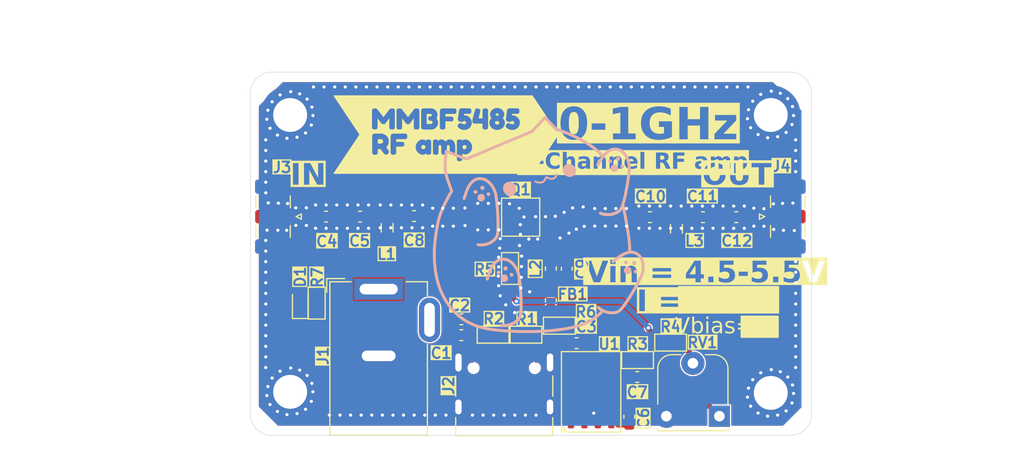
<source format=kicad_pcb>
(kicad_pcb (version 20241229) (generator "pcbnew") (generator_version "9.0")
  (layers (0 "F.Cu" signal) (2 "B.Cu" signal) (13 "F.Paste" user) (15 "B.Paste" user) (5 "F.SilkS" user "F.Silkscreen") (7 "B.SilkS" user "B.Silkscreen") (1 "F.Mask" user) (3 "B.Mask" user) (25 "Edge.Cuts" user))
  (net 0 "")
  (net 1 "Earth")
  (net 2 "+5V")
  (net 3 "Net-(Q1-G)")
  (net 4 "Net-(J3-In)")
  (net 5 "Net-(U1-CAP+)")
  (net 6 "Net-(U1-CAP-)")
  (net 7 "-5V")
  (net 8 "Net-(Q1-D)")
  (net 9 "Net-(J4-In)")
  (net 10 "Net-(D1-A)")
  (net 11 "Net-(FB1-Pad1)")
  (net 12 "Net-(FB1-Pad2)")
  (net 13 "Net-(J2-CC1)")
  (net 19 "Net-(J2-CC2)")
  (net 21 "Net-(R3-Pad2)")
  (net 22 "Net-(R4-Pad1)")
  (net 23 "Net-(R4-Pad2)")
  (net 27 "Net-(C4-Pad1)")
  (net 28 "Net-(C5-Pad1)")
  (net 29 "Net-(C10-Pad2)")
  (net 30 "Net-(C11-Pad2)")
  (footprint "kibuzzard-68160865" (layer "F.Cu") (at 103.5 67)
    (property "Reference" "kibuzzard-68160865" (hide yes))
    (property "Value" "G***" (hide yes))
  )
  (footprint "Capacitor_SMD:C_0603_1608Metric" (layer "F.Cu") (at 127.75 74.8)
    (property "Reference" "C11")
    (property "Value" "150pF")
  )
  (footprint "MountingHole:MountingHole_3.2mm_M3_DIN965_Pad_TopBottom" (layer "F.Cu") (at 88.8 65.15)
    (property "Reference" "H1" (hide yes))
    (property "Value" "MountingHole_M3_3.2mm_Pad")
  )
  (footprint "Capacitor_SMD:C_0603_1608Metric" (layer "F.Cu") (at 100.5 74.7 180)
    (property "Reference" "C8")
    (property "Value" "6.8pF")
  )
  (footprint "PCM_Resistor_SMD_AKL:R_0603_1608Metric" (layer "F.Cu") (at 91.3 82.925 -90)
    (property "Reference" "R7")
    (property "Value" "330R" (hide yes))
  )
  (footprint "Connector_Coaxial:SMA_Samtec_SMA-J-P-H-ST-EM1_EdgeMount" (layer "F.Cu") (at 135.8375 74.75)
    (property "Reference" "J4")
    (property "Value" "Conn_Coaxial")
  )
  (footprint "Capacitor_SMD:C_0603_1608Metric" (layer "F.Cu") (at 121.55 89.9 180)
    (property "Reference" "C7")
    (property "Value" "10uF")
  )
  (footprint "PCM_SL_Devices:Potentiometer_RM065" (layer "F.Cu") (at 126.77 91.57 180)
    (property "Reference" "RV1")
    (property "Value" "TSR-065-502R")
  )
  (footprint "Capacitor_SMD:C_0603_1608Metric" (layer "F.Cu") (at 114.9 79.675 -90)
    (property "Reference" "C9")
    (property "Value" "DNP")
  )
  (footprint "Connector_BarrelJack:BarrelJack_GCT_DCJ200-10-A_Horizontal" (layer "F.Cu") (at 97.15 81.6)
    (property "Reference" "J1")
    (property "Value" "Barrel_Jack_MountingPin")
  )
  (footprint "PCM_Resistor_SMD_AKL:R_0603_1608Metric" (layer "F.Cu") (at 114.2 85.05 180)
    (property "Reference" "R6")
    (property "Value" "0R" (hide yes))
  )
  (footprint "Connector_Coaxial:SMA_Samtec_SMA-J-P-H-ST-EM1_EdgeMount" (layer "F.Cu") (at 87.1 74.75 180)
    (property "Reference" "J3")
    (property "Value" "Conn_Coaxial")
  )
  (footprint "PCM_Resistor_SMD_AKL:R_0603_1608Metric" (layer "F.Cu") (at 109.55 79.65 90)
    (property "Reference" "R5")
    (property "Value" "100кОм" (hide yes))
  )
  (footprint "Capacitor_SMD:C_0603_1608Metric" (layer "F.Cu") (at 104.95 85.95 180)
    (property "Reference" "C1")
    (property "Value" "470pF")
  )
  (footprint "Capacitor_SMD:C_0603_1608Metric" (layer "F.Cu") (at 122.75 74.8)
    (property "Reference" "C10")
    (property "Value" "6.8pF")
  )
  (footprint "MountingHole:MountingHole_3.2mm_M3_DIN965_Pad_TopBottom" (layer "F.Cu") (at 134.15 91.4)
    (property "Reference" "H4" (hide yes))
    (property "Value" "MountingHole:MountingHole_3.2mm_M3_DIN965_Pad_TopBottom")
  )
  (footprint "Capacitor_SMD:C_0603_1608Metric" (layer "F.Cu") (at 95.4 74.75 180)
    (property "Reference" "C5")
    (property "Value" "150pF")
  )
  (footprint "Capacitor_SMD:C_0603_1608Metric" (layer "F.Cu") (at 92.2 74.75 180)
    (property "Reference" "C4")
    (property "Value" "470pF")
  )
  (footprint "Connector_USB:USB_C_Receptacle_G-Switch_GT-USB-7010ASV" (layer "F.Cu") (at 109 91.65)
    (property "Reference" "J2")
    (property "Value" "USB_C_Receptacle_USB2.0_16P")
  )
  (footprint "Inductor_SMD:L_0805_2012Metric" (layer "F.Cu") (at 125.25 75.9 -90)
    (property "Reference" "L3")
    (property "Value" "330nH")
  )
  (footprint "PCM_Resistor_SMD_AKL:R_0603_1608Metric" (layer "F.Cu") (at 111.05 85.9 180)
    (property "Reference" "R1")
    (property "Value" "5.1K" (hide yes))
  )
  (footprint "Inductor_SMD:L_0603_1608Metric" (layer "F.Cu") (at 113.4 82.65 90)
    (property "Reference" "FB1")
    (property "Value" "BLM18AG601SN1D")
  )
  (footprint "MountingHole:MountingHole_3.2mm_M3_DIN965_Pad_TopBottom" (layer "F.Cu") (at 134.15 65.15)
    (property "Reference" "H2" (hide yes))
    (property "Value" "MountingHole_M3_3.2mm_Pad")
  )
  (footprint "Capacitor_SMD:C_0603_1608Metric" (layer "F.Cu") (at 120.8 93.65 90)
    (property "Reference" "C6")
    (property "Value" "10uF")
  )
  (footprint "PCM_Package_SO_AKL:SOIC-8_3.9x4.9mm_P1.27mm" (layer "F.Cu") (at 117.2 91.3 90)
    (property "Reference" "U1")
    (property "Value" "ICL7660" (hide yes))
  )
  (footprint "PCM_Resistor_SMD_AKL:R_0603_1608Metric" (layer "F.Cu") (at 107.95 85.9)
    (property "Reference" "R2")
    (property "Value" "5.1K" (hide yes))
  )
  (footprint "Capacitor_SMD:C_0603_1608Metric" (layer "F.Cu") (at 104.95 84.45 180)
    (property "Reference" "C2")
    (property "Value" "22uF")
  )
  (footprint "PCM_Package_TO_SOT_SMD_AKL:SOT-23" (layer "F.Cu") (at 110.55 74.8 180)
    (property "Reference" "Q1")
    (property "Value" "MMBF5485" (hide yes))
  )
  (footprint "LED_SMD:LED_0603_1608Metric" (layer "F.Cu") (at 89.75 82.8875 90)
    (property "Reference" "D1")
    (property "Value" "LED")
  )
  (footprint "PCM_Resistor_SMD_AKL:R_0603_1608Metric" (layer "F.Cu") (at 124.7 86.65)
    (property "Reference" "R4")
    (property "Value" "330R" (hide yes))
  )
  (footprint "Inductor_SMD:L_0805_2012Metric" (layer "F.Cu") (at 97.95 75.8 -90)
    (property "Reference" "L1")
    (property "Value" "330nH")
  )
  (footprint "Capacitor_SMD:C_0603_1608Metric" (layer "F.Cu") (at 115.825 86.7)
    (property "Reference" "C3")
    (property "Value" "470pF")
  )
  (footprint "MountingHole:MountingHole_3.2mm_M3_DIN965_Pad_TopBottom" (layer "F.Cu") (at 88.8 91.3)
    (property "Reference" "H3" (hide yes))
    (property "Value" "MountingHole_M3_3.2mm_Pad")
  )
  (footprint "Capacitor_SMD:C_0603_1608Metric" (layer "F.Cu") (at 130.9 74.8)
    (property "Reference" "C12")
    (property "Value" "470pF")
  )
  (footprint "PCM_Resistor_SMD_AKL:R_0603_1608Metric" (layer "F.Cu") (at 121.575 88.3)
    (property "Reference" "R3")
    (property "Value" "47кОм" (hide yes))
  )
  (footprint "Inductor_SMD:L_0603_1608Metric" (layer "F.Cu") (at 113.4 79.65 90)
    (property "Reference" "L2")
    (property "Value" "10nH")
  )
  (footprint "LOGO" (layer "B.Cu") (at 112.25 75.5 180)
    (property "Reference" "G***" (hide yes))
    (property "Value" "LOGO" (hide yes))
  )
  (gr_rect (start 125.45 81.35) (end 134.889546 83.85459) (stroke (width 0.1)) (fill yes) (layer "F.SilkS"))
  (gr_rect (start 131.35 84.15) (end 134.85 86.15) (stroke (width 0.1)) (fill yes) (layer "F.SilkS"))
  (gr_arc (start 87.05 95.4) (mid 85.635786 94.814214) (end 85.05 93.4) (stroke (width 0.05)) (layer "Edge.Cuts"))
  (gr_arc (start 136 61.1) (mid 137.414214 61.685786) (end 138 63.1) (stroke (width 0.05)) (layer "Edge.Cuts"))
  (gr_arc (start 85.05 63.1) (mid 85.635786 61.685786) (end 87.05 61.1) (stroke (width 0.05)) (layer "Edge.Cuts"))
  (gr_line (start 85.05 93.4) (end 85.05 63.1) (stroke (width 0.05)) (layer "Edge.Cuts"))
  (gr_arc (start 138 93.4) (mid 137.414214 94.814214) (end 136 95.4) (stroke (width 0.05)) (layer "Edge.Cuts"))
  (gr_line (start 138 63.1) (end 138 93.4) (stroke (width 0.05)) (layer "Edge.Cuts"))
  (gr_line (start 136 95.4) (end 87.05 95.4) (stroke (width 0.05)) (layer "Edge.Cuts"))
  (gr_line (start 87.05 61.1) (end 136 61.1) (stroke (width 0.05)) (layer "Edge.Cuts"))
  (gr_text "N-Channel RF amp" (at 121.1 69.6 0) (layer "F.SilkS" knockout) (effects (font (size 1.5 1.5) (thickness 0.2) (bold yes))))
  (gr_text "IN" (at 90.5 70.9 0) (layer "F.SilkS" knockout) (effects (font (size 2 2) (thickness 0.2) (bold yes))))
  (gr_text "I = " (at 124.151893 82.845287 0) (layer "F.SilkS" knockout) (effects (font (size 2 2) (thickness 0.2) (bold yes))))
  (gr_text "Vbias=" (at 128.85 85.15 0) (layer "F.SilkS") (effects (font (size 1.5 1.5))))
  (gr_text "OUT" (at 130.95 70.9 0) (layer "F.SilkS" knockout) (effects (font (size 2 2) (thickness 0.2) (bold yes))))
  (gr_text "0-1GHz" (at 122.6 66.2 0) (layer "F.SilkS" knockout) (effects (font (size 3 3) (thickness 0.2) (bold yes))))
  (gr_text "Vin = 4.5-5.5V" (at 127.961638 80.119874 0) (layer "F.SilkS" knockout) (effects (font (size 2 2) (thickness 0.2) (bold yes))))
  (via (at 120.535362 73.983568) (size 0.6) (drill 0.3) (layers "F.Cu" "B.Cu") (net 1))
  (via (at 94.5 93.5) (size 0.6) (drill 0.3) (layers "F.Cu" "B.Cu") (net 1))
  (via (at 132.95 67) (size 0.6) (drill 0.3) (layers "F.Cu" "B.Cu") (net 1))
  (via (at 87.637736 76.033628) (size 0.6) (drill 0.3) (layers "F.Cu" "B.Cu") (net 1))
  (via (at 99 62.5) (size 0.6) (drill 0.3) (layers "F.Cu" "B.Cu") (net 1))
  (via (at 108.471848 78.577487) (size 0.6) (drill 0.3) (layers "F.Cu" "B.Cu") (net 1))
  (via (at 109.497623 73.53524) (size 0.6) (drill 0.3) (layers "F.Cu" "B.Cu") (net 1))
  (via (at 111.396697 81.847402) (size 0.6) (drill 0.3) (layers "F.Cu" "B.Cu") (net 1))
  (via (at 86.5 68.5) (size 0.6) (drill 0.3) (layers "F.Cu" "B.Cu") (net 1))
  (via (at 128.7 73.75) (size 0.6) (drill 0.3) (layers "F.Cu" "B.Cu") (net 1))
  (via (at 136.15 92.35) (size 0.6) (drill 0.3) (layers "F.Cu" "B.Cu") (net 1))
  (via (at 92.2 73.65) (size 0.6) (drill 0.3) (layers "F.Cu" "B.Cu") (net 1))
  (via (at 132.45 63.85) (size 0.6) (drill 0.3) (layers "F.Cu" "B.Cu") (net 1))
  (via (at 95.2 73.65) (size 0.6) (drill 0.3) (layers "F.Cu" "B.Cu") (net 1))
  (via (at 109.983568 83.81921) (size 0.6) (drill 0.3) (layers "F.Cu" "B.Cu") (net 1))
  (via (at 100.3 73.65) (size 0.6) (drill 0.3) (layers "F.Cu" "B.Cu") (net 1))
  (via (at 129.65 75.85) (size 0.6) (drill 0.3) (layers "F.Cu" "B.Cu") (net 1))
  (via (at 133.5 74) (size 0.6) (drill 0.3) (layers "F.Cu" "B.Cu") (net 1))
  (via (at 93.5 93.5) (size 0.6) (drill 0.3) (layers "F.Cu" "B.Cu") (net 1))
  (via (at 107.5 76) (size 0.6) (drill 0.3) (layers "F.Cu" "B.Cu") (net 1))
  (via (at 119 62.5) (size 0.6) (drill 0.3) (layers "F.Cu" "B.Cu") (net 1))
  (via (at 86.5 67.5) (size 0.6) (drill 0.3) (layers "F.Cu" "B.Cu") (net 1))
  (via (at 121 62.5) (size 0.6) (drill 0.3) (layers "F.Cu" "B.Cu") (net 1))
  (via (at 95 62.5) (size 0.6) (drill 0.3) (layers "F.Cu" "B.Cu") (net 1))
  (via (at 96.2 73.65) (size 0.6) (drill 0.3) (layers "F.Cu" "B.Cu") (net 1))
  (via (at 110.51639 75.507048) (size 0.6) (drill 0.3) (layers "F.Cu" "B.Cu") (net 1))
  (via (at 127 62.5) (size 0.6) (drill 0.3) (layers "F.Cu" "B.Cu") (net 1))
  (via (at 86.5 80) (size 0.6) (drill 0.3) (layers "F.Cu" "B.Cu") (net 1))
  (via (at 107 93.5) (size 0.6) (drill 0.3) (layers "F.Cu" "B.Cu") (net 1))
  (via (at 90.85 90.5) (size 0.6) (drill 0.3) (layers "F.Cu" "B.Cu") (net 1))
  (via (at 127.7 73.75) (size 0.6) (drill 0.3) (layers "F.Cu" "B.Cu") (net 1))
  (via (at 136.5 88) (size 0.6) (drill 0.3) (layers "F.Cu" "B.Cu") (net 1))
  (via (at 86.5 85) (size 0.6) (drill 0.3) (layers "F.Cu" "B.Cu") (net 1))
  (via (at 129 62.5) (size 0.6) (drill 0.3) (layers "F.Cu" "B.Cu") (net 1))
  (via (at 89.7 89.25) (size 0.6) (drill 0.3) (layers "F.Cu" "B.Cu") (net 1))
  (via (at 108 93.5) (size 0.6) (drill 0.3) (layers "F.Cu" "B.Cu") (net 1))
  (via (at 134.42646 75.960598) (size 0.6) (drill 0.3) (layers "F.Cu" "B.Cu") (net 1))
  (via (at 134.8 67.2) (size 0.6) (drill 0.3) (layers "F.Cu" "B.Cu") (net 1))
  (via (at 103.5 93.5) (size 0.6) (drill 0.3) (layers "F.Cu" "B.Cu") (net 1))
  (via (at 132.55 75.65) (size 0.6) (drill 0.3) (layers "F.Cu" "B.Cu") (net 1))
  (via (at 108.570439 77.723037) (size 0.6) (drill 0.3) (layers "F.Cu" "B.Cu") (net 1))
  (via (at 135.05 89.4) (size 0.6) (drill 0.3) (layers "F.Cu" "B.Cu") (net 1))
  (via (at 112 93.5) (size 0.6) (drill 0.3) (layers "F.Cu" "B.Cu") (net 1))
  (via (at 130.65 73.75) (size 0.6) (drill 0.3) (layers "F.Cu" "B.Cu") (net 1))
  (via (at 106.5 76) (size 0.6) (drill 0.3) (layers "F.Cu" "B.Cu") (net 1))
  (via (at 132.25 66.35) (size 0.6) (drill 0.3) (layers "F.Cu" "B.Cu") (net 1))
  (via (at 123.7 73.75) (size 0.6) (drill 0.3) (layers "F.Cu" "B.Cu") (net 1))
  (via (at 112.159564 76.870881) (size 0.6) (drill 0.3) (layers "F.Cu" "B.Cu") (net 1))
  (via (at 134.8 93.5) (size 0.6) (drill 0.3) (layers "F.Cu" "B.Cu") (net 1))
  (via (at 105 62.5) (size 0.6) (drill 0.3) (layers "F.Cu" "B.Cu") (net 1))
  (via (at 136.5 87) (size 0.6) (drill 0.3) (layers "F.Cu" "B.Cu") (net 1))
  (via (at 128 62.5) (size 0.6) (drill 0.3) (layers "F.Cu" "B.Cu") (net 1))
  (via (at 110.640837 78.478896) (size 0.6) (drill 0.3) (layers "F.Cu" "B.Cu") (net 1))
  (via (at 110.624405 79.4648) (size 0.6) (drill 0.3) (layers "F.Cu" "B.Cu") (net 1))
  (via (at 89.45 93.35) (size 0.6) (drill 0.3) (layers "F.Cu" "B.Cu") (net 1))
  (via (at 90.25 66.85) (size 0.6) (drill 0.3) (layers "F.Cu" "B.Cu") (net 1))
  (via (at 96.5 93.5) (size 0.6) (drill 0.3) (layers "F.Cu" "B.Cu") (net 1))
  (via (at 108.619734 76.835723) (size 0.6) (drill 0.3) (layers "F.Cu" "B.Cu") (net 1))
  (via (at 122.7 73.75) (size 0.6) (drill 0.3) (layers "F.Cu" "B.Cu") (net 1))
  (via (at 107.5 73.5) (size 0.6) (drill 0.3) (layers "F.Cu" "B.Cu") (net 1))
  (via (at 115.110737 76.308298) (size 0.6) (drill 0.3) (layers "F.Cu" "B.Cu") (net 1))
  (via (at 86.5 89) (size 0.6) (drill 0.3) (layers "F.Cu" "B.Cu") (net 1))
  (via (at 114.268817 76.769524) (size 0.6) (drill 0.3) (layers "F.Cu" "B.Cu") (net 1))
  (via (at 88.470278 76.040931) (size 0.6) (drill 0.3) (layers "F.Cu" "B.Cu") (net 1))
  (via (at 110.57511 81.485903) (size 0.6) (drill 0.3) (layers "F.Cu" "B.Cu") (net 1))
  (via (at 131.65 75.85) (size 0.6) (drill 0.3) (layers "F.Cu" "B.Cu") (net 1))
  (via (at 115 62.5) (size 0.6) (drill 0.3) (layers "F.Cu" "B.Cu") (net 1))
  (via (at 88.5 67.35) (size 0.6) (drill 0.3) (layers "F.Cu" "B.Cu") (net 1))
  (via (at 117 62.5) (size 0.6) (drill 0.3) (layers "F.Cu" "B.Cu") (net 1))
  (via (at 96 62.5) (size 0.6) (drill 0.3) (layers "F.Cu" "B.Cu") (net 1))
  (via (at 90.8 92.2) (size 0.6) (drill 0.3) (layers "F.Cu" "B.Cu") (net 1))
  (via (at 132 62.5) (size 0.6) (drill 0.3) (layers "F.Cu" "B.Cu") (net 1))
  (via (at 88.5 93.45) (size 0.6) (drill 0.3) (layers "F.Cu" "B.Cu") (net 1))
  (via (at 115.449132 73.925162) (size 0.6) (drill 0.3) (layers "F.Cu" "B.Cu") (net 1))
  (via (at 115.806236 75.934924) (size 0.6) (drill 0.3) (layers "F.Cu" "B.Cu") (net 1))
  (via (at 100.3 75.8) (size 0.6) (drill 0.3) (layers "F.Cu" "B.Cu") (net 1))
  (via (at 111 62.5) (size 0.6) (drill 0.3) (layers "F.Cu" "B.Cu") (net 1))
  (via (at 86.9 92.5) (size 0.6) (drill 0.3) (layers "F.Cu" "B.Cu") (net 1))
  (via (at 110.4178 73.962465) (size 0.6) (drill 0.3) (layers "F.Cu" "B.Cu") (net 1))
  (via (at 109 93.5) (size 0.6) (drill 0.3) (layers "F.Cu" "B.Cu") (net 1))
  (via (at 110.443656 77.476561) (size 0.6) (drill 0.3) (layers "F.Cu" "B.Cu") (net 1))
  (via (at 108.5 73.5) (size 0.6) (drill 0.3) (layers "F.Cu" "B.Cu") (net 1))
  (via (at 133.504671 75.659605) (size 0.6) (drill 0.3) (layers "F.Cu" "B.Cu") (net 1))
  (via (at 100.5 93.5) (size 0.6) (drill 0.3) (layers "F.Cu" "B.Cu") (net 1))
  (via (at 86.6 65.55) (size 0.6) (drill 0.3) (layers "F.Cu" "B.Cu") (net 1))
  (via (at 90.95 65.2) (size 0.6) (drill 0.3) (layers "F.Cu" "B.Cu") (net 1))
  (via (at 132.45 90.15) (size 0.6) (drill 0.3) (layers "F.Cu" "B.Cu") (net 1))
  (via (at 131 62.5) (size 0.6) (drill 0.3) (layers "F.Cu" "B.Cu") (net 1))
  (via (at 86.6 91.65) (size 0.6) (drill 0.3) (layers "F.Cu" "B.Cu") (net 1))
  (via (at 125.7 73.75) (size 0.6) (drill 0.3) (layers "F.Cu" "B.Cu") (net 1))
  (via (at 88.85 89.05) (size 0.6) (drill 0.3) (layers "F.Cu" "B.Cu") (net 1))
  (via (at 136.5 69.5) (size 0.6) (drill 0.3) (layers "F.Cu" "B.Cu") (net 1))
  (via (at 87.1 63.9) (size 0.6) (drill 0.3) (layers "F.Cu" "B.Cu") (net 1))
  (via (at 136.15 66.05) (size 0.6) (drill 0.3) (layers "F.Cu" "B.Cu") (net 1))
  (via (at 132.05 64.65) (size 0.6) (drill 0.3) (layers "F.Cu" "B.Cu") (net 1))
  (via (at 126.7 73.75) (size 0.6) (drill 0.3) (layers "F.Cu" "B.Cu") (net 1))
  (via (at 124 62.5) (size 0.6) (drill 0.3) (layers "F.Cu" "B.Cu") (net 1))
  (via (at 111.962383 74.751188) (size 0.6) (drill 0.3) (layers "F.Cu" "B.Cu") (net 1))
  (via (at 86.5 84) (size 0.6) (drill 0.3) (layers "F.Cu" "B.Cu") (net 1))
  (via (at 86.5 88) (size 0.6) (drill 0.3) (layers "F.Cu" "B.Cu") (net 1))
  (via (at 134.2 62.9) (size 0.6) (drill 0.3) (layers "F.Cu" "B.Cu") (net 1))
  (via (at 136.5 89) (size 0.6) (drill 0.3) (layers "F.Cu" "B.Cu") (net 1))
  (via (at 119.535362 73.983568) (size 0.6) (drill 0.3) (layers "F.Cu" "B.Cu") (net 1))
  (via (at 136.3 91.45) (size 0.6) (drill 0.3) (layers "F.Cu" "B.Cu") (net 1))
  (via (at 108.471848 81.272291) (size 0.6) (drill 0.3) (layers "F.Cu" "B.Cu") (net 1))
  (via (at 117.444972 93.314028) (size 0.6) (drill 0.3) (layers "F.Cu" "B.Cu") (net 1))
  (via (at 98.5 93.5) (size 0.6) (drill 0.3) (layers "F.Cu" "B.Cu") (net 1))
  (via (at 104 62.5) (size 0.6) (drill 0.3) (layers "F.Cu" "B.Cu") (net 1))
  (via (at 109.145549 83.079782) (size 0.6) (drill 0.3) (layers "F.Cu" "B.Cu") (net 1))
  (via (at 97.3 73.65) (size 0.6) (drill 0.3) (layers "F.Cu" "B.Cu") (net 1))
  (via (at 116 62.5) (size 0.6) (drill 0.3) (layers "F.Cu" "B.Cu") (net 1))
  (via (at 90.4 89.75) (size 0.6) (drill 0.3) (layers "F.Cu" "B.Cu") (net 1))
  (via (at 134.397248 73.543308) (size 0.6) (drill 0.3) (layers "F.Cu" "B.Cu") (net 1))
  (via (at 102.5 93.5) (size 0.6) (drill 0.3) (layers "F.Cu" "B.Cu") (net 1))
  (via (at 92.2 75.85) (size 0.6) (drill 0.3) (layers "F.Cu" "B.Cu") (net 1))
  (via (at 121.7 75.85) (size 0.6) (drill 0.3) (layers "F.Cu" "B.Cu") (net 1))
  (via (at 99.3 73.65) (size 0.6) (drill 0.3) (layers "F.Cu" "B.Cu") (net 1))
  (via (at 91.2 75.85) (size 0.6) (drill 0.3) (layers "F.Cu" "B.Cu") (net 1))
  (via (at 90.8 66.1) (size 0.6) (drill 0.3) (layers "F.Cu" "B.Cu") (net 1))
  (via (at 136.5 70.5) (size 0.6) (drill 0.3) (layers "F.Cu" "B.Cu") (net 1))
  (via (at 135.266304 73.49949) (size 0.6) (drill 0.3) (layers "F.Cu" "B.Cu") (net 1))
  (via (at 136.5 82) (size 0.6) (drill 0.3) (layers "F.Cu" "B.Cu") (net 1))
  (via (at 135.6 66.8) (size 0.6) (drill 0.3) (layers "F.Cu" "B.Cu") (net 1))
  (via (at 110.607974 80.483568) (size 0.6) (drill 0.3) (layers "F.Cu" "B.Cu") (net 1))
  (via (at 102 62.5) (size 0.6) (drill 0.3) (layers "F.Cu" "B.Cu") (net 1))
  (via (at 110 93.5) (size 0.6) (drill 0.3) (layers "F.Cu" "B.Cu") (net 1))
  (via (at 118.540033 75.643173) (size 0.6) (drill 0.3) (layers "F.Cu" "B.Cu") (net 1))
  (via (at 135.75 89.9) (size 0.6) (drill 0.3) (layers "F.Cu" "B.Cu") (net 1))
  (via (at 90.4 63.65) (size 0.6) (drill 0.3) (layers "F.Cu" "B.Cu") (net 1))
  (via (at 136.5 84) (size 0.6) (drill 0.3) (layers "F.Cu" "B.Cu") (net 1))
  (via (at 105.297943 75.593878) (size 0.6) (drill 0.3) (layers "F.Cu" "B.Cu") (net 1))
  (via (at 95.2 75.85) (size 0.6) (drill 0.3) (layers "F.Cu" "B.Cu") (net 1))
  (via (at 125 62.5) (size 0.6) (drill 0.3) (layers "F.Cu" "B.Cu") (net 1))
  (via (at 107 62.5) (size 0.6) (drill 0.3) (layers "F.Cu" "B.Cu") (net 1))
  (via (at 124.7 75.85) (size 0.6) (drill 0.3) (layers "F.Cu" "B.Cu") (net 1))
  (via (at 117.535362 73.983568) (size 0.6) (drill 0.3) (layers "F.Cu" "B.Cu") (net 1))
  (via (at 86.5 78) (size 0.6) (drill 0.3) (layers "F.Cu" "B.Cu") (net 1))
  (via (at 122 62.5) (size 0.6) (drill 0.3) (layers "F.Cu" "B.Cu") (net 1))
  (via (at 136.237602 73.470278) (size 0.6) (drill 0.3) (layers "F.Cu" "B.Cu") (net 1))
  (via (at 130.65 75.85) (size 0.6) (drill 0.3) (layers "F.Cu" "B.Cu") (net 1))
  (via (at 103.2 75.65) (size 0.6) (drill 0.3) (layers "F.Cu" "B.Cu") (net 1))
  (via (at 103 62.5) (size 0.6) (drill 0.3) (layers "F.Cu" "B.Cu") (net 1))
  (via (at 108 62.5) (size 0.6) (drill 0.3) (layers "F.Cu" "B.Cu") (net 1))
  (via (at 88.85 62.95) (size 0.6) (drill 0.3) (layers "F.Cu" "B.Cu") (net 1))
  (via (at 89.45 67.25) (size 0.6) (drill 0.3) (layers "F.Cu" "B.Cu") (net 1))
  (via (at 89.328634 73.917841) (size 0.6) (drill 0.3) (layers "F.Cu" "B.Cu") (net 1))
  (via (at 101.3 73.65) (size 0.6) (drill 0.3) (layers "F.Cu" "B.Cu") (net 1))
  (via (at 106 93.5) (size 0.6) (drill 0.3) (layers "F.Cu" "B.Cu") (net 1))
  (via (at 103.2 73.95) (size 0.6) (drill 0.3) (layers "F.Cu" "B.Cu") (net 1))
  (via (at 130 62.5) (size 0.6) (drill 0.3) (layers "F.Cu" "B.Cu") (net 1))
  (via (at 86.5 69.5) (size 0.6) (drill 0.3) (layers "F.Cu" "B.Cu") (net 1))
  (via (at 94 62.5) (size 0.6) (drill 0.3) (layers "F.Cu" "B.Cu") (net 1))
  (via (at 91.2 73.65) (size 0.6) (drill 0.3) (layers "F.Cu" "B.Cu") (net 1))
  (via (at 132.05 90.95) (size 0.6) (drill 0.3) (layers "F.Cu" "B.Cu") (net 1))
  (via (at 136.5 83) (size 0.6) (drill 0.3) (layers "F.Cu" "B.Cu") (net 1))
  (via (at 87.85 89.35) (size 0.6) (drill 0.3) (layers "F.Cu" "B.Cu") (net 1))
  (via (at 134.2 89.2) (size 0.6) (drill 0.3) (layers "F.Cu" "B.Cu") (net 1))
  (via (at 93.2 75.85) (size 0.6) (drill 0.3) (layers "F.Cu" "B.Cu") (net 1))
  (via (at 98.3 75.8) (size 0.6) (drill 0.3) (layers "F.Cu" "B.Cu") (net 1))
  (via (at 90.328634 73.917841) (size 0.6) (drill 0.3) (layers "F.Cu" "B.Cu") (net 1))
  (via (at 127.7 75.85) (size 0.6) (drill 0.3) (layers "F.Cu" "B.Cu") (net 1))
  (via (at 110 62.5) (size 0.6) (drill 0.3) (layers "F.Cu" "B.Cu") (net 1))
  (via (at 86.5 87) (size 0.6) (drill 0.3) (layers "F.Cu" "B.Cu") (net 1))
  (via (at 131.95 65.5) (size 0.6) (drill 0.3) (layers "F.Cu" "B.Cu") (net 1))
  (via (at 133.2 63.2) (size 0.6) (drill 0.3) (layers "F.Cu" "B.Cu") (net 1))
  (via (at 133.85 67.3) (size 0.6) (drill 0.3) (layers "F.Cu" "B.Cu") (net 1))
  (via (at 136.2 90.65) (size 0.6) (drill 0.3) (layers "F.Cu" "B.Cu") (net 1))
  (via (at 136.3 65.2) (size 0.6) (drill 0.3) (layers "F.Cu" "B.Cu") (net 1))
  (via (at 86.5 77) (size 0.6) (drill 0.3) (layers "F.Cu" "B.Cu") (net 1))
  (via (at 104.2 75.65) (size 0.6) (drill 0.3) (layers "F.Cu" "B.Cu") (net 1))
  (via (at 97 62.5) (size 0.6) (drill 0.3) (layers "F.Cu" "B.Cu") (net 1))
  (via (at 91 62.5) (size 0.6) (drill 0.3) (layers "F.Cu" "B.Cu") (net 1))
  (via (at 87.1 90) (size 0.6) (drill 0.3) (layers "F.Cu" "B.Cu") (net 1))
  (via (at 108.471848 79.497664) (size 0.6) (drill 0.3) (layers "F.Cu" "B.Cu") (net 1))
  (via (at 100 62.5) (size 0.6) (drill 0.3) (layers "F.Cu" "B.Cu") (net 1))
  (via (at 97.5 93.5) (size 0.6) (drill 0.3) (layers "F.Cu" "B.Cu") (net 1))
  (via (at 86.9 66.4) (size 0.6) (drill 0.3) (layers "F.Cu" "B.Cu") (net 1))
  (via (at 111.05163 83.802778) (size 0.6) (drill 0.3) (layers "F.Cu" "B.Cu") (net 1))
  (via (at 135.75 63.6) (size 0.6) (drill 0.3) (layers "F.Cu" "B.Cu") (net 1))
  (via (at 135.346637 76.040931) (size 0.6) (drill 0.3) (layers "F.Cu" "B.Cu") (net 1))
  (via (at 136.5 85) (size 0.6) (drill 0.3) (layers "F.Cu" "B.Cu") (net 1))
  (via (at 97.3 75.8) (size 0.6) (drill 0.3) (layers "F.Cu" "B.Cu") (net 1))
  (via (at 136.5 79) (size 0.6) (drill 0.3) (layers "F.Cu" "B.Cu") (net 1))
  (via (at 136.5 67.5) (size 0.6) (drill 0.3) (layers "F.Cu" "B.Cu") (net 1))
  (via (at 102.25 75.65) (size 0.6) (drill 0.3) (layers "F.Cu" "B.Cu") (net 1))
  (via (at 116.448246 73.831011) (size 0.6) (drill 0.3) (layers "F.Cu" "B.Cu") (net 1))
  (via (at 126 62.5) (size 0.6) (drill 0.3) (layers "F.Cu" "B.Cu") (net 1))
  (via (at 87.6 93.15) (size 0.6) (drill 0.3) (layers "F.Cu" "B.Cu") (net 1))
  (via (at 106 62.5) (size 0.6) (drill 0.3) (layers "F.Cu" "B.Cu") (net 1))
  (via (at 118 62.5) (size 0.6) (drill 0.3) (layers "F.Cu" "B.Cu") (net 1))
  (via (at 121.7 73.75) (size 0.6) (drill 0.3) (layers "F.Cu" "B.Cu") (net 1))
  (via (at 90.25 92.95) (size 0.6) (drill 0.3) (layers "F.Cu" "B.Cu") (net 1))
  (via (at 95.5 93.5) (size 0.6) (drill 0.3) (layers "F.Cu" "B.Cu") (net 1))
  (via (at 136.369056 76.06284) (size 0.6) (drill 0.3) (layers "F.Cu" "B.Cu") (net 1))
  (via (at 86.5 72.5) (size 0.6) (drill 0.3) (layers "F.Cu" "B.Cu") (net 1))
  (via (at 99.5 93.5) (size 0.6) (drill 0.3) (layers "F.Cu" "B.Cu") (net 1))
  (via (at 92.5 93.5) (size 0.6) (drill 0.3) (layers "F.Cu" "B.Cu") (net 1))
  (via (at 98.3 73.65) (size 0.6) (drill 0.3) (layers "F.Cu" "B.Cu") (net 1))
  (via (at 131.95 91.8) (size 0.6) (drill 0.3) (layers "F.Cu" "B.Cu") (net 1))
  (via (at 123 62.5) (size 0.6) (drill 0.3) (layers "F.Cu" "B.Cu") (net 1))
  (via (at 108.619734 82.225331) (size 0.6) (drill 0.3) (layers "F.Cu" "B.Cu") (net 1))
  (via (at 135.6 93.1) (size 0.6) (drill 0.3) (layers "F.Cu" "B.Cu") (net 1))
  (via (at 90.85 64.4) (size 0.6) (drill 0.3) (layers "F.Cu" "B.Cu") (net 1))
  (via (at 86.5 83) (size 0.6) (drill 0.3) (layers "F.Cu" "B.Cu") (net 1))
  (via (at 120.540033 75.643173) (size 0.6) (drill 0.3) (layers "F.Cu" "B.Cu") (net 1))
  (via (at 105.293272 73.934273) (size 0.6) (drill 0.3) (layers "F.Cu" "B.Cu") (net 1))
  (via (at 129.65 73.75) (size 0.6) (drill 0.3) (layers "F.Cu" "B.Cu") (net 1))
  (via (at 110.532822 76.427225) (size 0.6) (drill 0.3) (layers "F.Cu" "B.Cu") (net 1))
  (via (at 114.651951 74.338394) (size 0.6) (drill 0.3) (layers "F.Cu" "B.Cu") (net 1))
  (via (at 86.5 86) (size 0.6) (drill 0.3) (layers "F.Cu" "B.Cu") (net 1))
  (via (at 131.65 73.75) (size 0.6) (drill 0.3) (layers "F.Cu" "B.Cu") (net 1))
  (via (at 109 62.5) (size 0.6) (drill 0.3) (layers "F.Cu" "B.Cu") (net 1))
  (via (at 87.6 67.05) (size 0.6) (drill 0.3) (layers "F.Cu" "B.Cu") (net 1))
  (via (at 111 93.5) (size 0.6) (drill 0.3) (layers "F.Cu" "B.Cu") (net 1))
  (via (at 86.7 64.7) (size 0.6) (drill 0.3) (layers "F.Cu" "B.Cu") (net 1))
  (via (at 132.55 73.95) (size 0.6) (drill 0.3) (layers "F.Cu" "B.Cu") (net 1))
  (via (at 136.5 86) (size 0.6) (drill 0.3) (layers "F.Cu" "B.Cu") (net 1))
  (via (at 111.321545 76.870881) (size 0.6) (drill 0.3) (layers "F.Cu" "B.Cu") (net 1))
  (via (at 86.7 90.8) (size 0.6) (drill 0.3) (layers "F.Cu" "B.Cu") (net 1))
  (via (at 86.5 70.5) (size 0.6) (drill 0.3) (layers "F.Cu" "B.Cu") (net 1))
  (via (at 93 62.5) (size 0.6) (drill 0.3) (layers "F.Cu" "B.Cu") (net 1))
  (via (at 94.2 73.65) (size 0.6) (drill 0.3) (layers "F.Cu" "B.Cu") (net 1))
  (via (at 86.5 82) (size 0.6) (drill 0.3) (layers "F.Cu" "B.Cu") (net 1))
  (via (at 101.3 75.8) (size 0.6) (drill 0.3) (layers "F.Cu" "B.Cu") (net 1))
  (via (at 96.2 75.85) (size 0.6) (drill 0.3) (layers "F.Cu" "B.Cu") (net 1))
  (via (at 90.333305 75.577446) (size 0.6) (drill 0.3) (layers "F.Cu" "B.Cu") (net 1))
  (via (at 125.7 75.85) (size 0.6) (drill 0.3) (layers "F.Cu" "B.Cu") (net 1))
  (via (at 122.7 75.85) (size 0.6) (drill 0.3) (layers "F.Cu" "B.Cu") (net 1))
  (via (at 133.85 93.6) (size 0.6) (drill 0.3) (layers "F.Cu" "B.Cu") (net 1))
  (via (at 86.5 79) (size 0.6) (drill 0.3) (layers "F.Cu" "B.Cu") (net 1))
  (via (at 99.3 75.8) (size 0.6) (drill 0.3) (layers "F.Cu" "B.Cu") (net 1))
  (via (at 93.2 73.65) (size 0.6) (drill 0.3) (layers "F.Cu" "B.Cu") (net 1))
  (via (at 118.535362 73.983568) (size 0.6) (drill 0.3) (layers "F.Cu" "B.Cu") (net 1))
  (via (at 88.55061 73.514096) (size 0.6) (drill 0.3) (layers "F.Cu" "B.Cu") (net 1))
  (via (at 116.546836 75.671365) (size 0.6) (drill 0.3) (layers "F.Cu" "B.Cu") (net 1))
  (via (at 136.5 80) (size 0.6) (drill 0.3) (layers "F.Cu" "B.Cu") (net 1))
  (via (at 112 62.5) (size 0.6) (drill 0.3) (layers "F.Cu" "B.Cu") (net 1))
  (via (at 112.898992 74.751188) (size 0.6) (drill 0.3) (layers "F.Cu" "B.Cu") (net 1))
  (via (at 120 62.5) (size 0.6) (drill 0.3) (layers "F.Cu" "B.Cu") (net 1))
  (via (at 113 62.5) (size 0.6) (drill 0.3) (layers "F.Cu" "B.Cu") (net 1))
  (via (at 101.5 93.5) (size 0.6) (drill 0.3) (layers "F.Cu" "B.Cu") (net 1))
  (via (at 113.819169 74.718324) (size 0.6) (drill 0.3) (layers "F.Cu" "B.Cu") (net 1))
  (via (at 86.5 81) (size 0.6) (drill 0.3) (layers "F.Cu" "B.Cu") (net 1))
  (via (at 98 62.5) (size 0.6) (drill 0.3) (layers "F.Cu" "B.Cu") (net 1))
  (via (at 124.7 73.75) (size 0.6) (drill 0.3) (layers "F.Cu" "B.Cu") (net 1))
  (via (at 136.5 81) (size 0.6) (drill 0.3) (layers "F.Cu" "B.Cu") (net 1))
  (via (at 87.85 63.25) (size 0.6) (drill 0.3) (layers "F.Cu" "B.Cu") (net 1))
  (via (at 87.688857 73.477581) (size 0.6) (drill 0.3) (layers "F.Cu" "B.Cu") (net 1))
  (via (at 108.5 76) (size 0.6) (drill 0.3) (layers "F.Cu" "B.Cu") (net 1))
  (via (at 119.540033 75.643173) (size 0.6) (drill 0.3) (layers "F.Cu" "B.Cu") (net 1))
  (via (at 126.7 75.85) (size 0.6) (drill 0.3) (layers "F.Cu" "B.Cu") (net 1))
  (via (at 128.7 75.85) (size 0.6) (drill 0.3) (layers "F.Cu" "B.Cu") (net 1))
  (via (at 92 62.5) (size 0.6) (drill 0.3) (layers "F.Cu" "B.Cu") (net 1))
  (via (at 86.622621 76.026325) (size 0.6) (drill 0.3) (layers "F.Cu" "B.Cu") (net 1))
  (via (at 90.95 91.3) (size 0.6) (drill 0.3) (layers "F.Cu" "B.Cu") (net 1))
  (via (at 117.540033 75.643173) (size 0.6) (drill 0.3) (layers "F.Cu" "B.Cu") (net 1))
  (via (at 132.95 93.3) (size 0.6) (drill 0.3) (layers "F.Cu" "B.Cu") (net 1))
  (via (at 123.7 75.85) (size 0.6) (drill 0.3) (layers "F.Cu" "B.Cu") (net 1))
  (via (at 110.861457 74.784051) (size 0.6) (drill 0.3) (layers "F.Cu" "B.Cu") (net 1))
  (via (at 94.2 75.85) (size 0.6) (drill 0.3) (layers "F.Cu" "B.Cu") (net 1))
  (via (at 102.25 73.95) (size 0.6) (drill 0.3) (layers "F.Cu" "B.Cu") (net 1))
  (via (at 136.5 68.5) (size 0.6) (drill 0.3) (layers "F.Cu" "B.Cu") (net 1))
  (via (at 101 62.5) (size 0.6) (drill 0.3) (layers "F.Cu" "B.Cu") (net 1))
  (via (at 89.333305 75.577446) (size 0.6) (drill 0.3) (layers "F.Cu" "B.Cu") (net 1))
  (via (at 132.25 92.65) (size 0.6) (drill 0.3) (layers "F.Cu" "B.Cu") (net 1))
  (via (at 104.2 73.95) (size 0.6) (drill 0.3) (layers "F.Cu" "B.Cu") (net 1))
  (via (at 133.2 89.5) (size 0.6) (drill 0.3) (layers "F.Cu" "B.Cu") (net 1))
  (via (at 135.05 63.1) (size 0.6) (drill 0.3) (layers "F.Cu" "B.Cu") (net 1))
  (via (at 89.7 63.15) (size 0.6) (drill 0.3) (layers "F.Cu" "B.Cu") (net 1))
  (via (at 106.5 73.5) (size 0.6) (drill 0.3) (layers "F.Cu" "B.Cu") (net 1))
  (via (at 136.2 64.35) (size 0.6) (drill 0.3) (layers "F.Cu" "B.Cu") (net 1))
  (via (at 86.5 71.5) (size 0.6) (drill 0.3) (layers "F.Cu" "B.Cu") (net 1))
  (via (at 108.438985 80.368546) (size 0.6) (drill 0.3) (layers "F.Cu" "B.Cu") (net 1))
  (via (at 86.739468 73.455672) (size 0.6) (drill 0.3) (layers "F.Cu" "B.Cu") (net 1))
  (via (at 114 62.5) (size 0.6) (drill 0.3) (layers "F.Cu" "B.Cu") (net 1))
  (segment (start 115.025 86.675) (end 115.05 86.7) (width 0.5032) (layer "F.Cu") (net 2))
  (segment (start 105.725 84.45) (end 105.725 85.95) (width 0.5032) (layer "F.Cu") (net 2))
  (segment (start 115.295 88.825) (end 115.295 86.945) (width 0.5032) (layer "F.Cu") (net 2))
  (segment (start 115.295 86.945) (end 115.05 86.7) (width 0.5032) (layer "F.Cu") (net 2))
  (segment (start 115.025 85.05) (end 115.025 86.675) (width 0.5032) (layer "F.Cu") (net 2))
  (segment (start 109.55 74.8) (end 101.375 74.8) (width 0.5032) (layer "F.Cu") (net 3))
  (segment (start 101.375 74.8) (end 101.275 74.7) (width 0.5032) (layer "F.Cu") (net 3))
  (segment (start 109.55 74.8) (end 109.55 78.825) (width 0.5032) (layer "F.Cu") (net 3))
  (segment (start 91.425 74.75) (end 87.1 74.75) (width 0.5032) (layer "F.Cu") (net 4))
  (segment (start 120.8 92.875) (end 120.3454 92.4204) (width 0.5032) (layer "F.Cu") (net 5))
  (segment (start 116.565 92.800001) (end 116.565 93.775) (width 0.5032) (layer "F.Cu") (net 5))
  (segment (start 116.944601 92.4204) (end 116.565 92.800001) (width 0.5032) (layer "F.Cu") (net 5))
  (segment (start 120.3454 92.4204) (end 116.944601 92.4204) (width 0.5032) (layer "F.Cu") (net 5))
  (segment (start 120.8 94.425) (end 119.755 94.425) (width 0.5032) (layer "F.Cu") (net 6))
  (segment (start 119.755 94.425) (end 119.105 93.775) (width 0.5032) (layer "F.Cu") (net 6))
  (segment (start 119.63 88.3) (end 120.75 88.3) (width 0.5032) (layer "F.Cu") (net 7))
  (segment (start 119.105 88.825) (end 119.63 88.3) (width 0.5032) (layer "F.Cu") (net 7))
  (segment (start 120.775 88.325) (end 120.75 88.3) (width 0.5032) (layer "F.Cu") (net 7))
  (segment (start 120.775 89.9) (end 120.775 88.325) (width 0.5032) (layer "F.Cu") (net 7))
  (segment (start 113.4 78.8625) (end 113.4 75.95) (width 0.5032) (layer "F.Cu") (net 8))
  (segment (start 114.096447 75.75) (end 112.9 75.75) (width 0.5032) (layer "F.Cu") (net 8))
  (segment (start 111.55 75.75) (end 112.9 75.75) (width 0.5032) (layer "F.Cu") (net 8))
  (segment (start 113.4375 78.9) (end 113.4 78.8625) (width 0.5032) (layer "F.Cu") (net 8))
  (segment (start 113.4 75.95) (end 113.2 75.75) (width 0.5032) (layer "F.Cu") (net 8))
  (segment (start 114.9 78.9) (end 113.4375 78.9) (width 0.5032) (layer "F.Cu") (net 8))
  (segment (start 112.9 75.75) (end 113.2 75.75) (width 0.5032) (layer "F.Cu") (net 8))
  (segment (start 121.975 74.8) (end 116.389949 74.8) (width 0.5032) (layer "F.Cu") (net 8))
  (arc (start 114.7 75.5) (mid 114.423087 75.685027) (end 114.096447 75.75) (width 0.5032) (layer "F.Cu") (net 8))
  (arc (start 116.389949 74.8) (mid 115.475355 74.981924) (end 114.7 75.5) (width 0.5032) (layer "F.Cu") (net 8))
  (segment (start 135.7875 74.8) (end 135.8375 74.75) (width 0.5032) (layer "F.Cu") (net 9))
  (segment (start 131.675 74.8) (end 135.7875 74.8) (width 0.5032) (layer "F.Cu") (net 9))
  (segment (start 91.3 82.1) (end 89.75 82.1) (width 0.5032) (layer "F.Cu") (net 10))
  (segment (start 113.4 85.025) (end 113.375 85.05) (width 0.5032) (layer "F.Cu") (net 11))
  (segment (start 113.4 83.4375) (end 113.4 85.025) (width 0.5032) (layer "F.Cu") (net 11))
  (segment (start 113.4 80.4375) (end 113.4 81.8625) (width 0.5032) (layer "F.Cu") (net 12))
  (segment (start 107.125 85.9) (end 107.75 86.525) (width 0.127) (layer "F.Cu") (net 13))
  (segment (start 107.75 86.525) (end 107.75 87.925) (width 0.127) (layer "F.Cu") (net 13))
  (segment (start 111.875 85.9) (end 110.75 87.025) (width 0.127) (layer "F.Cu") (net 19))
  (segment (start 110.75 87.025) (end 110.75 87.925) (width 0.127) (layer "F.Cu") (net 19))
  (segment (start 122.4 88.3) (end 124 88.3) (width 0.5032) (layer "F.Cu") (net 21))
  (segment (start 124 88.3) (end 129.3 93.6) (width 0.5032) (layer "F.Cu") (net 21))
  (segment (start 122.6 85.25) (end 122.6 85.375) (width 0.5032) (layer "F.Cu") (net 22))
  (segment (start 122.6 85.375) (end 123.875 86.65) (width 0.5032) (layer "F.Cu") (net 22))
  (segment (start 109.55 80.475) (end 109.55 82.15) (width 0.5032) (layer "F.Cu") (net 22))
  (segment (start 109.55 82.15) (end 110.15 82.75) (width 0.5032) (layer "F.Cu") (net 22))
  (via (at 110.15 82.75) (size 0.6) (drill 0.3) (layers "F.Cu" "B.Cu") (net 22))
  (via (at 122.6 85.25) (size 0.6) (drill 0.3) (layers "F.Cu" "B.Cu") (net 22))
  (segment (start 110.15 82.75) (end 120.1 82.75) (width 0.5032) (layer "B.Cu") (net 22))
  (segment (start 120.1 82.75) (end 122.6 85.25) (width 0.5032) (layer "B.Cu") (net 22))
  (segment (start 126.8 87.925) (end 125.525 86.65) (width 0.5032) (layer "F.Cu") (net 23))
  (segment (start 126.8 88.6) (end 126.8 87.925) (width 0.5032) (layer "F.Cu") (net 23))
  (segment (start 94.625 74.75) (end 92.975 74.75) (width 0.5032) (layer "F.Cu") (net 27))
  (segment (start 99.725 74.7) (end 97.9875 74.7) (width 0.5032) (layer "F.Cu") (net 28))
  (segment (start 97.95 74.7375) (end 96.1875 74.7375) (width 0.5032) (layer "F.Cu") (net 28))
  (segment (start 96.1875 74.7375) (end 96.175 74.75) (width 0.5032) (layer "F.Cu") (net 28))
  (segment (start 97.9875 74.7) (end 97.95 74.7375) (width 0.5032) (layer "F.Cu") (net 28))
  (segment (start 123.525 74.8) (end 126.975 74.8) (width 0.5032) (layer "F.Cu") (net 29))
  (segment (start 128.525 74.8) (end 130.125 74.8) (width 0.5032) (layer "F.Cu") (net 30))
  (zone (net 2) (net_name "+5V") (layer "F.Cu") (priority 3) (connect_pads yes (clearance 0.127)) (min_thickness 0.127) (fill yes (thermal_gap 0.5) (thermal_bridge_width 0.5))
    (polygon (pts (xy 115.95 90.35) (xy 115.95 84.95) (xy 115.25 84.25) (xy 114.35 84.25) (xy 114.05 84.55) (xy 114.05 89.3) (xy 113.55 89.8) (xy 111.8 89.8) (xy 111.4 89.4) (xy 111.4 88.95) (xy 111.85 88.5) (xy 111.85 87.35) (xy 111.65 87.15) (xy 111.05 87.15) (xy 111 87.2) (xy 111 88.55) (xy 110.85 88.7) (xy 107.15 88.7) (xy 107 88.55) (xy 107 87.05) (xy 106.45 86.5) (xy 106.45 82.35) (xy 104.3 80.2) (xy 93.75 80.2) (xy 92.15 81.8) (xy 92.15 82.9) (xy 92.125 82.925) (xy 90.875 82.925) (xy 90.5 83.3) (xy 90.5 84.4) (xy 90.9 84.8) (xy 98.95 84.8) (xy 101.45 82.3) (xy 103.1 82.3) (xy 104.8 84) (xy 104.8 86.9) (xy 105.1 87.2) (xy 106.1 87.2) (xy 106.2 87.3) (xy 106.2 88.5) (xy 106.65 88.95) (xy 106.65 89.5) (xy 108.4 91.25) (xy 115.05 91.25)))
  )
  (zone (net 1) (net_name "Earth") (layers "F.Cu" "B.Cu") (connect_pads yes (clearance 0.127)) (min_thickness 0.127) (fill yes (thermal_gap 0.5) (thermal_bridge_width 0.5))
    (polygon (pts (xy 85.85 64.3) (xy 88.1 62.05) (xy 134.35 62.05) (xy 137.05 64.75) (xy 137.05 92.75) (xy 135.3 94.5) (xy 87.65 94.5) (xy 85.85 92.7)))
  )
)
</source>
